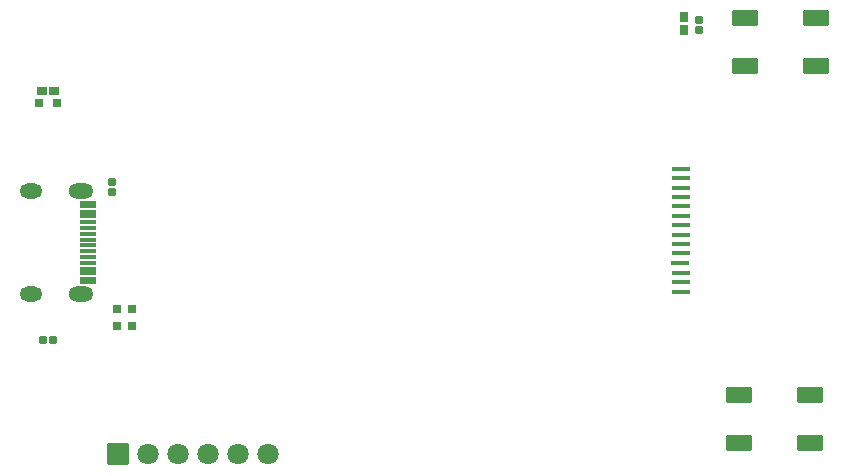
<source format=gbs>
G04 Layer: BottomSolderMaskLayer*
G04 EasyEDA v6.5.23, 2023-05-27 11:47:03*
G04 dba0e08a7a4f4acbaa45d03accf02bcc,0a61cb7f7b51421fbede6d33e3e5ec82,10*
G04 Gerber Generator version 0.2*
G04 Scale: 100 percent, Rotated: No, Reflected: No *
G04 Dimensions in inches *
G04 leading zeros omitted , absolute positions ,3 integer and 6 decimal *
%FSLAX36Y36*%
%MOIN*%

%AMMACRO1*1,1,$1,$2,$3*1,1,$1,$4,$5*1,1,$1,0-$2,0-$3*1,1,$1,0-$4,0-$5*20,1,$1,$2,$3,$4,$5,0*20,1,$1,$4,$5,0-$2,0-$3,0*20,1,$1,0-$2,0-$3,0-$4,0-$5,0*20,1,$1,0-$4,0-$5,$2,$3,0*4,1,4,$2,$3,$4,$5,0-$2,0-$3,0-$4,0-$5,$2,$3,0*%
%ADD10MACRO1,0.004X0.0295X-0.0059X0.0295X0.0059*%
%ADD11MACRO1,0.004X-0.0295X-0.0059X-0.0295X0.0059*%
%ADD12MACRO1,0.004X-0.0413X-0.0236X0.0413X-0.0236*%
%ADD13MACRO1,0.004X0.0413X0.0236X-0.0413X0.0236*%
%ADD14MACRO1,0.004X-0.0111X0.0106X-0.0111X-0.0106*%
%ADD15MACRO1,0.004X0.0111X0.0106X0.0111X-0.0106*%
%ADD16MACRO1,0.004X-0.0106X-0.0111X0.0106X-0.0111*%
%ADD17MACRO1,0.004X-0.0106X0.0111X0.0106X0.0111*%
%ADD18MACRO1,0.004X-0.0118X0.0118X-0.0118X-0.0118*%
%ADD19MACRO1,0.004X0.0118X-0.0118X0.0118X0.0118*%
%ADD20MACRO1,0.004X-0.0156X0.0106X-0.0156X-0.0106*%
%ADD21MACRO1,0.004X0.0156X0.0106X0.0156X-0.0106*%
%ADD22MACRO1,0.004X0.0106X0.0156X-0.0106X0.0156*%
%ADD23MACRO1,0.004X0.0106X-0.0156X-0.0106X-0.0156*%
%ADD24MACRO1,0.004X0.0118X0.0118X-0.0118X0.0118*%
%ADD25MACRO1,0.004X-0.0118X-0.0118X0.0118X-0.0118*%
%ADD26MACRO1,0.0039X0.0256X-0.0059X0.0256X0.0059*%
%ADD27O,0.074866X0.051244000000000005*%
%ADD28O,0.08274000000000001X0.051244000000000005*%
%ADD29MACRO1,0.004X-0.0335X0.0335X0.0335X0.0335*%
%ADD30C,0.0709*%

%LPD*%
D10*
G01*
X2490004Y1701557D03*
G01*
X2490004Y1733047D03*
G01*
X2490004Y1764547D03*
G01*
X2490004Y1890527D03*
G01*
X2490004Y1922027D03*
G01*
X2490004Y1953517D03*
G01*
X2490004Y1985017D03*
G01*
X2490004Y2016517D03*
G01*
X2490004Y2048007D03*
G01*
X2490004Y2079507D03*
G01*
X2490003Y2110997D03*
G01*
X2488004Y1794997D03*
D11*
G01*
X2489995Y1860497D03*
G01*
X2489995Y1828997D03*
D12*
G01*
X2939110Y2611740D03*
G01*
X2702890Y2611740D03*
G01*
X2939110Y2454259D03*
G01*
X2702890Y2454259D03*
D13*
G01*
X2682889Y1198260D03*
G01*
X2919110Y1198260D03*
G01*
X2682889Y1355740D03*
G01*
X2919110Y1355740D03*
D14*
G01*
X397040Y1540000D03*
D15*
G01*
X362959Y1540000D03*
D16*
G01*
X2550000Y2607040D03*
D17*
G01*
X2550000Y2572959D03*
D18*
G01*
X660000Y1644529D03*
D19*
G01*
X660000Y1585471D03*
D20*
G01*
X401458Y2370000D03*
D21*
G01*
X358541Y2370000D03*
D22*
G01*
X2500000Y2573541D03*
D23*
G01*
X2500000Y2616459D03*
D24*
G01*
X409529Y2330000D03*
D25*
G01*
X350471Y2330000D03*
D18*
G01*
X610000Y1644529D03*
D19*
G01*
X610000Y1585471D03*
D16*
G01*
X595000Y2067040D03*
D17*
G01*
X595000Y2032959D03*
D26*
G01*
X515082Y1733109D03*
G01*
X515082Y1744919D03*
G01*
X515082Y1764609D03*
G01*
X515082Y1776419D03*
G01*
X515081Y1796099D03*
G01*
X515081Y1815789D03*
G01*
X515082Y1835469D03*
G01*
X515081Y1855159D03*
G01*
X515082Y1874839D03*
G01*
X515081Y1894529D03*
G01*
X515081Y1933899D03*
G01*
X515073Y1953579D03*
G01*
X515073Y1965399D03*
G01*
X515081Y1985078D03*
G01*
X515081Y1996889D03*
G01*
X515081Y1914199D03*
D27*
G01*
X324920Y1694920D03*
G01*
X324920Y2035079D03*
D28*
G01*
X489490Y2035079D03*
G01*
X489490Y1694920D03*
D29*
G01*
X615000Y1160000D03*
D30*
G01*
X715000Y1160000D03*
G01*
X815000Y1160000D03*
G01*
X915000Y1160000D03*
G01*
X1015000Y1160000D03*
G01*
X1115000Y1160000D03*
M02*

</source>
